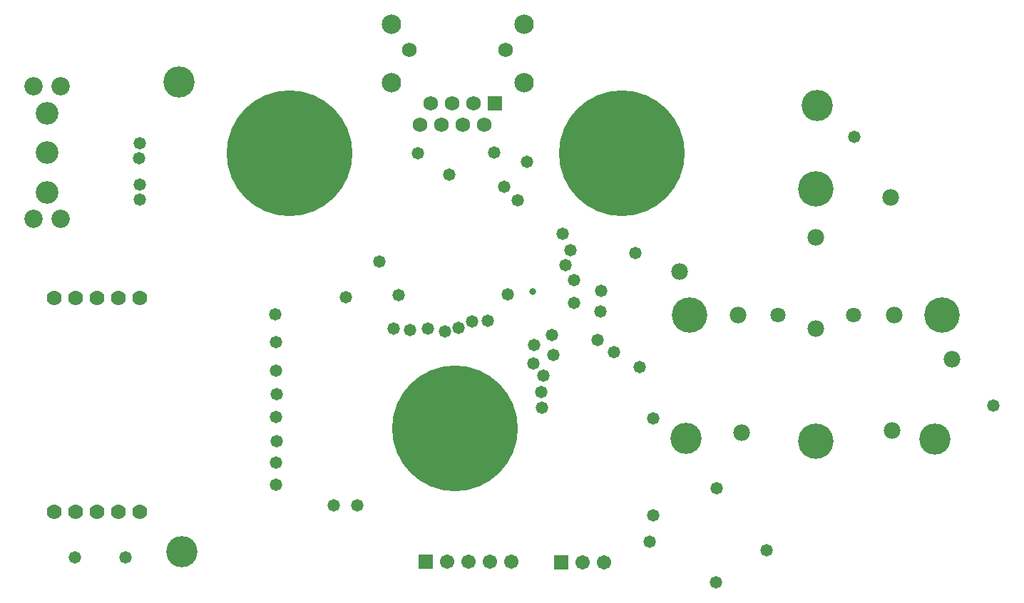
<source format=gbs>
G04*
G04 #@! TF.GenerationSoftware,Altium Limited,Altium Designer,18.1.9 (240)*
G04*
G04 Layer_Color=16711935*
%FSLAX44Y44*%
%MOMM*%
G71*
G01*
G75*
%ADD29C,1.7032*%
%ADD30R,1.7032X1.7032*%
%ADD31C,4.2032*%
%ADD32C,1.8032*%
%ADD33C,1.9812*%
%ADD34C,2.1844*%
%ADD35C,2.6924*%
%ADD36C,1.7780*%
%ADD37C,2.3032*%
%ADD38C,1.7272*%
%ADD39C,1.7532*%
%ADD40R,1.7532X1.7532*%
%ADD41C,14.9352*%
%ADD42C,3.7084*%
%ADD43C,1.4732*%
%ADD44C,0.8382*%
D29*
X822706Y65278D02*
D03*
X797306D02*
D03*
X712724Y65786D02*
D03*
X687324D02*
D03*
X661924D02*
D03*
X636524D02*
D03*
D30*
X771906Y65278D02*
D03*
X611124Y65786D02*
D03*
D31*
X1074632Y208648D02*
D03*
Y508648D02*
D03*
X924632Y358648D02*
D03*
X1224632D02*
D03*
D32*
X1029632D02*
D03*
X1119632D02*
D03*
D33*
X1074632Y342948D02*
D03*
X982032Y358648D02*
D03*
X1167232D02*
D03*
X1074632Y451248D02*
D03*
X1163332Y498348D02*
D03*
X1236232Y306648D02*
D03*
X1165332Y221948D02*
D03*
X985932Y218948D02*
D03*
X913032Y410648D02*
D03*
D34*
X177444Y472684D02*
D03*
X145644D02*
D03*
X145644Y630184D02*
D03*
X177444Y630184D02*
D03*
D35*
X161544Y504434D02*
D03*
Y598434D02*
D03*
Y551434D02*
D03*
D36*
X271780Y379476D02*
D03*
X246380D02*
D03*
X220980D02*
D03*
X195580D02*
D03*
X170180D02*
D03*
Y125476D02*
D03*
X195580D02*
D03*
X220980D02*
D03*
X246380D02*
D03*
X271780D02*
D03*
D37*
X727964Y704342D02*
D03*
X570484Y635000D02*
D03*
X727964D02*
D03*
X570484Y704342D02*
D03*
D38*
X706374Y673862D02*
D03*
X592074D02*
D03*
D39*
X642874Y610362D02*
D03*
X617474D02*
D03*
X668274D02*
D03*
X680974Y584962D02*
D03*
X655574D02*
D03*
X604774D02*
D03*
X630174D02*
D03*
D40*
X693674Y610362D02*
D03*
D41*
X843788Y551180D02*
D03*
X449834D02*
D03*
X646176Y224536D02*
D03*
D42*
X1076198Y607822D02*
D03*
X1215898Y211582D02*
D03*
X318516Y635254D02*
D03*
X919869Y212344D02*
D03*
X321310Y77724D02*
D03*
D43*
X255016Y71120D02*
D03*
X194564D02*
D03*
X787654Y399888D02*
D03*
X787400Y372784D02*
D03*
X819404Y387858D02*
D03*
X708406Y383032D02*
D03*
X665988Y351536D02*
D03*
X650494Y343662D02*
D03*
X634238Y339598D02*
D03*
X739140Y301279D02*
D03*
X739902Y322834D02*
D03*
X761380Y334772D02*
D03*
X762762Y311658D02*
D03*
X750615Y286766D02*
D03*
X748493Y267462D02*
D03*
X749300Y248666D02*
D03*
X573024Y342504D02*
D03*
X516636Y379730D02*
D03*
X692912Y551942D02*
D03*
X602234Y550672D02*
D03*
X433578Y292862D02*
D03*
X433324Y326644D02*
D03*
X432308Y359918D02*
D03*
X434340Y265176D02*
D03*
X433832Y237490D02*
D03*
X434086Y209042D02*
D03*
X433324Y183642D02*
D03*
Y157480D02*
D03*
X530352Y132588D02*
D03*
X502158D02*
D03*
X271780Y495554D02*
D03*
X271272Y545338D02*
D03*
X731266Y540512D02*
D03*
X860298Y432054D02*
D03*
X1120140Y570230D02*
D03*
X1285240Y250952D02*
D03*
X1015746Y79502D02*
D03*
X957072Y153162D02*
D03*
X881380Y235966D02*
D03*
X815340Y329184D02*
D03*
X818896Y362712D02*
D03*
X834898Y314452D02*
D03*
X877062Y89274D02*
D03*
X881126Y120650D02*
D03*
X685038Y352044D02*
D03*
X956056Y41148D02*
D03*
X613664Y342900D02*
D03*
X592328Y341122D02*
D03*
X579374Y382778D02*
D03*
X864870Y297180D02*
D03*
X773430Y455422D02*
D03*
X638810Y525526D02*
D03*
X782828Y435610D02*
D03*
X777240Y417830D02*
D03*
X720344Y495300D02*
D03*
X704342Y511556D02*
D03*
X556514Y422656D02*
D03*
X271914Y513976D02*
D03*
X271406Y562998D02*
D03*
D44*
X738378Y386588D02*
D03*
M02*

</source>
